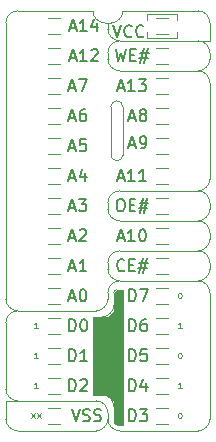
<source format=gbr>
G04 #@! TF.GenerationSoftware,KiCad,Pcbnew,(5.1.6)-1*
G04 #@! TF.CreationDate,2020-12-06T15:05:41+11:00*
G04 #@! TF.ProjectId,EAadaptor,45416164-6170-4746-9f72-2e6b69636164,rev?*
G04 #@! TF.SameCoordinates,Original*
G04 #@! TF.FileFunction,Legend,Top*
G04 #@! TF.FilePolarity,Positive*
%FSLAX46Y46*%
G04 Gerber Fmt 4.6, Leading zero omitted, Abs format (unit mm)*
G04 Created by KiCad (PCBNEW (5.1.6)-1) date 2020-12-06 15:05:41*
%MOMM*%
%LPD*%
G01*
G04 APERTURE LIST*
%ADD10C,0.120000*%
%ADD11C,0.100000*%
%ADD12C,0.125000*%
%ADD13C,0.150000*%
G04 APERTURE END LIST*
D10*
X146812000Y-79756000D02*
G75*
G02*
X145796000Y-78740000I0J1016000D01*
G01*
X145796000Y-80772000D02*
X145796000Y-81280000D01*
X145796000Y-80772000D02*
G75*
G02*
X146812000Y-79756000I1016000J0D01*
G01*
X146812000Y-112776000D02*
X153416000Y-112776000D01*
X145796000Y-111760000D02*
G75*
G02*
X144780000Y-112776000I-1016000J0D01*
G01*
X149098000Y-79502000D02*
X149098000Y-78994000D01*
X151638000Y-79502000D02*
X149098000Y-79502000D01*
X151638000Y-78994000D02*
X151638000Y-79502000D01*
X149098000Y-77470000D02*
X149098000Y-77978000D01*
X151638000Y-77470000D02*
X149098000Y-77470000D01*
X151638000Y-77978000D02*
X151638000Y-77470000D01*
D11*
G36*
X147066000Y-101092000D02*
G01*
X146304000Y-101092000D01*
X146558000Y-100838000D01*
X147066000Y-100838000D01*
X147066000Y-101092000D01*
G37*
X147066000Y-101092000D02*
X146304000Y-101092000D01*
X146558000Y-100838000D01*
X147066000Y-100838000D01*
X147066000Y-101092000D01*
D10*
X146304000Y-101092000D02*
G75*
G02*
X146558000Y-100838000I254000J0D01*
G01*
D11*
G36*
X147066000Y-112268000D02*
G01*
X146558000Y-112268000D01*
X146304000Y-112014000D01*
X147066000Y-112014000D01*
X147066000Y-112268000D01*
G37*
X147066000Y-112268000D02*
X146558000Y-112268000D01*
X146304000Y-112014000D01*
X147066000Y-112014000D01*
X147066000Y-112268000D01*
D10*
X146558000Y-112268000D02*
G75*
G02*
X146304000Y-112014000I0J254000D01*
G01*
X146050000Y-85344000D02*
X146050000Y-89408000D01*
X147066000Y-89408000D02*
X147066000Y-85344000D01*
X146558000Y-89916000D02*
G75*
G02*
X146050000Y-89408000I0J508000D01*
G01*
X147066000Y-89408000D02*
G75*
G02*
X146558000Y-89916000I-508000J0D01*
G01*
X146050000Y-85344000D02*
G75*
G02*
X146558000Y-84836000I508000J0D01*
G01*
X146558000Y-84836000D02*
G75*
G02*
X147066000Y-85344000I0J-508000D01*
G01*
D11*
G36*
X146304000Y-110236000D02*
G01*
X145288000Y-109474000D01*
X146304000Y-109474000D01*
X146304000Y-110236000D01*
G37*
X146304000Y-110236000D02*
X145288000Y-109474000D01*
X146304000Y-109474000D01*
X146304000Y-110236000D01*
D10*
X145288000Y-109728000D02*
G75*
G02*
X146304000Y-110744000I0J-1016000D01*
G01*
D11*
G36*
X146304000Y-103886000D02*
G01*
X145542000Y-103378000D01*
X146812000Y-102108000D01*
X146304000Y-103886000D01*
G37*
X146304000Y-103886000D02*
X145542000Y-103378000D01*
X146812000Y-102108000D01*
X146304000Y-103886000D01*
D10*
X146304000Y-102108000D02*
G75*
G02*
X145288000Y-103124000I-1016000J0D01*
G01*
X145542000Y-78232000D02*
X146050000Y-78232000D01*
X145542000Y-78232000D02*
G75*
G02*
X144526000Y-77216000I0J1016000D01*
G01*
X147066000Y-77216000D02*
G75*
G02*
X146050000Y-78232000I-1016000J0D01*
G01*
D12*
X140104761Y-111232190D02*
X139771428Y-111732190D01*
X139771428Y-111232190D02*
X140104761Y-111732190D01*
X139628571Y-111232190D02*
X139295238Y-111732190D01*
X139295238Y-111232190D02*
X139628571Y-111732190D01*
D10*
X154432000Y-79756000D02*
X154432000Y-78740000D01*
X153416000Y-77216000D02*
G75*
G02*
X154432000Y-78232000I0J-1016000D01*
G01*
D11*
G36*
X147066000Y-112014000D02*
G01*
X146304000Y-112014000D01*
X146304000Y-101092000D01*
X147066000Y-101092000D01*
X147066000Y-112014000D01*
G37*
X147066000Y-112014000D02*
X146304000Y-112014000D01*
X146304000Y-101092000D01*
X147066000Y-101092000D01*
X147066000Y-112014000D01*
D10*
X146812000Y-112776000D02*
G75*
G02*
X145796000Y-111760000I0J1016000D01*
G01*
X154432000Y-91440000D02*
X154432000Y-83312000D01*
X153416000Y-82296000D02*
G75*
G02*
X154432000Y-83312000I0J-1016000D01*
G01*
X154432000Y-91440000D02*
G75*
G02*
X153416000Y-92456000I-1016000J0D01*
G01*
X154432000Y-96520000D02*
X154432000Y-96012000D01*
X153416000Y-94996000D02*
G75*
G02*
X154432000Y-96012000I0J-1016000D01*
G01*
X154432000Y-96520000D02*
G75*
G02*
X153416000Y-97536000I-1016000J0D01*
G01*
X137160000Y-101600000D02*
X137160000Y-78232000D01*
X137160000Y-78232000D02*
G75*
G02*
X138176000Y-77216000I1016000J0D01*
G01*
X138176000Y-102616000D02*
G75*
G02*
X137160000Y-101600000I0J1016000D01*
G01*
X137160000Y-109220000D02*
X137160000Y-103632000D01*
X137160000Y-103632000D02*
G75*
G02*
X138176000Y-102616000I1016000J0D01*
G01*
X138176000Y-110236000D02*
G75*
G02*
X137160000Y-109220000I0J1016000D01*
G01*
X144780000Y-112776000D02*
X138176000Y-112776000D01*
D11*
G36*
X147066000Y-109728000D02*
G01*
X144526000Y-109728000D01*
X144526000Y-103124000D01*
X147066000Y-103124000D01*
X147066000Y-109728000D01*
G37*
X147066000Y-109728000D02*
X144526000Y-109728000D01*
X144526000Y-103124000D01*
X147066000Y-103124000D01*
X147066000Y-109728000D01*
D10*
X144526000Y-77216000D02*
X138176000Y-77216000D01*
X153416000Y-77216000D02*
X147066000Y-77216000D01*
X146812000Y-100076000D02*
G75*
G02*
X145796000Y-99060000I0J1016000D01*
G01*
X154432000Y-78740000D02*
X154432000Y-78232000D01*
X154432000Y-81280000D02*
X154432000Y-80772000D01*
X153416000Y-79756000D02*
G75*
G02*
X154432000Y-80772000I0J-1016000D01*
G01*
X154432000Y-81280000D02*
G75*
G02*
X153416000Y-82296000I-1016000J0D01*
G01*
X154432000Y-101092000D02*
X154432000Y-111760000D01*
X153416000Y-100076000D02*
G75*
G02*
X154432000Y-101092000I0J-1016000D01*
G01*
X154432000Y-111760000D02*
G75*
G02*
X153416000Y-112776000I-1016000J0D01*
G01*
X137160000Y-111760000D02*
X137160000Y-110236000D01*
X138176000Y-112776000D02*
G75*
G02*
X137160000Y-111760000I0J1016000D01*
G01*
X154432000Y-99060000D02*
X154432000Y-98552000D01*
X153416000Y-97536000D02*
G75*
G02*
X154432000Y-98552000I0J-1016000D01*
G01*
X154432000Y-99060000D02*
G75*
G02*
X153416000Y-100076000I-1016000J0D01*
G01*
X154432000Y-93980000D02*
X154432000Y-93472000D01*
X153416000Y-92456000D02*
G75*
G02*
X154432000Y-93472000I0J-1016000D01*
G01*
X154432000Y-93980000D02*
G75*
G02*
X153416000Y-94996000I-1016000J0D01*
G01*
X145796000Y-101600000D02*
G75*
G02*
X144780000Y-102616000I-1016000J0D01*
G01*
X145796000Y-93472000D02*
G75*
G02*
X146812000Y-92456000I1016000J0D01*
G01*
X145796000Y-98552000D02*
G75*
G02*
X146812000Y-97536000I1016000J0D01*
G01*
X146812000Y-82296000D02*
G75*
G02*
X145796000Y-81280000I0J1016000D01*
G01*
X146812000Y-94996000D02*
G75*
G02*
X145796000Y-93980000I0J1016000D01*
G01*
X145796000Y-101092000D02*
G75*
G02*
X146812000Y-100076000I1016000J0D01*
G01*
X145796000Y-78740000D02*
X145796000Y-78232000D01*
X146812000Y-79756000D02*
X146812000Y-79756000D01*
X144780000Y-110236000D02*
G75*
G02*
X145796000Y-111252000I0J-1016000D01*
G01*
X154432000Y-79756000D02*
X146812000Y-79756000D01*
X153416000Y-82296000D02*
X146812000Y-82296000D01*
X146812000Y-92456000D02*
X153416000Y-92456000D01*
X145796000Y-93980000D02*
X145796000Y-93472000D01*
X146812000Y-94996000D02*
X153416000Y-94996000D01*
X146812000Y-97536000D02*
X153416000Y-97536000D01*
X145796000Y-99060000D02*
X145796000Y-98552000D01*
X145796000Y-111252000D02*
X145796000Y-111760000D01*
X137160000Y-110236000D02*
X144780000Y-110236000D01*
X146812000Y-100076000D02*
X153416000Y-100076000D01*
X145796000Y-101600000D02*
X145796000Y-101092000D01*
X138176000Y-102616000D02*
X144780000Y-102616000D01*
D13*
X142732285Y-110958380D02*
X143065619Y-111958380D01*
X143398952Y-110958380D01*
X143684666Y-111910761D02*
X143827523Y-111958380D01*
X144065619Y-111958380D01*
X144160857Y-111910761D01*
X144208476Y-111863142D01*
X144256095Y-111767904D01*
X144256095Y-111672666D01*
X144208476Y-111577428D01*
X144160857Y-111529809D01*
X144065619Y-111482190D01*
X143875142Y-111434571D01*
X143779904Y-111386952D01*
X143732285Y-111339333D01*
X143684666Y-111244095D01*
X143684666Y-111148857D01*
X143732285Y-111053619D01*
X143779904Y-111006000D01*
X143875142Y-110958380D01*
X144113238Y-110958380D01*
X144256095Y-111006000D01*
X144637047Y-111910761D02*
X144779904Y-111958380D01*
X145018000Y-111958380D01*
X145113238Y-111910761D01*
X145160857Y-111863142D01*
X145208476Y-111767904D01*
X145208476Y-111672666D01*
X145160857Y-111577428D01*
X145113238Y-111529809D01*
X145018000Y-111482190D01*
X144827523Y-111434571D01*
X144732285Y-111386952D01*
X144684666Y-111339333D01*
X144637047Y-111244095D01*
X144637047Y-111148857D01*
X144684666Y-111053619D01*
X144732285Y-111006000D01*
X144827523Y-110958380D01*
X145065619Y-110958380D01*
X145208476Y-111006000D01*
D12*
X151868190Y-111232190D02*
X151915809Y-111232190D01*
X151963428Y-111256000D01*
X151987238Y-111279809D01*
X152011047Y-111327428D01*
X152034857Y-111422666D01*
X152034857Y-111541714D01*
X152011047Y-111636952D01*
X151987238Y-111684571D01*
X151963428Y-111708380D01*
X151915809Y-111732190D01*
X151868190Y-111732190D01*
X151820571Y-111708380D01*
X151796761Y-111684571D01*
X151772952Y-111636952D01*
X151749142Y-111541714D01*
X151749142Y-111422666D01*
X151772952Y-111327428D01*
X151796761Y-111279809D01*
X151820571Y-111256000D01*
X151868190Y-111232190D01*
X151868190Y-101072190D02*
X151915809Y-101072190D01*
X151963428Y-101096000D01*
X151987238Y-101119809D01*
X152011047Y-101167428D01*
X152034857Y-101262666D01*
X152034857Y-101381714D01*
X152011047Y-101476952D01*
X151987238Y-101524571D01*
X151963428Y-101548380D01*
X151915809Y-101572190D01*
X151868190Y-101572190D01*
X151820571Y-101548380D01*
X151796761Y-101524571D01*
X151772952Y-101476952D01*
X151749142Y-101381714D01*
X151749142Y-101262666D01*
X151772952Y-101167428D01*
X151796761Y-101119809D01*
X151820571Y-101096000D01*
X151868190Y-101072190D01*
X152034857Y-104112190D02*
X151749142Y-104112190D01*
X151892000Y-104112190D02*
X151892000Y-103612190D01*
X151844380Y-103683619D01*
X151796761Y-103731238D01*
X151749142Y-103755047D01*
X152034857Y-109192190D02*
X151749142Y-109192190D01*
X151892000Y-109192190D02*
X151892000Y-108692190D01*
X151844380Y-108763619D01*
X151796761Y-108811238D01*
X151749142Y-108835047D01*
X139842857Y-109192190D02*
X139557142Y-109192190D01*
X139700000Y-109192190D02*
X139700000Y-108692190D01*
X139652380Y-108763619D01*
X139604761Y-108811238D01*
X139557142Y-108835047D01*
X139842857Y-106652190D02*
X139557142Y-106652190D01*
X139700000Y-106652190D02*
X139700000Y-106152190D01*
X139652380Y-106223619D01*
X139604761Y-106271238D01*
X139557142Y-106295047D01*
D13*
X146240666Y-78446380D02*
X146574000Y-79446380D01*
X146907333Y-78446380D01*
X147812095Y-79351142D02*
X147764476Y-79398761D01*
X147621619Y-79446380D01*
X147526380Y-79446380D01*
X147383523Y-79398761D01*
X147288285Y-79303523D01*
X147240666Y-79208285D01*
X147193047Y-79017809D01*
X147193047Y-78874952D01*
X147240666Y-78684476D01*
X147288285Y-78589238D01*
X147383523Y-78494000D01*
X147526380Y-78446380D01*
X147621619Y-78446380D01*
X147764476Y-78494000D01*
X147812095Y-78541619D01*
X148812095Y-79351142D02*
X148764476Y-79398761D01*
X148621619Y-79446380D01*
X148526380Y-79446380D01*
X148383523Y-79398761D01*
X148288285Y-79303523D01*
X148240666Y-79208285D01*
X148193047Y-79017809D01*
X148193047Y-78874952D01*
X148240666Y-78684476D01*
X148288285Y-78589238D01*
X148383523Y-78494000D01*
X148526380Y-78446380D01*
X148621619Y-78446380D01*
X148764476Y-78494000D01*
X148812095Y-78541619D01*
X147621714Y-88558666D02*
X148097904Y-88558666D01*
X147526476Y-88844380D02*
X147859809Y-87844380D01*
X148193142Y-88844380D01*
X148574095Y-88844380D02*
X148764571Y-88844380D01*
X148859809Y-88796761D01*
X148907428Y-88749142D01*
X149002666Y-88606285D01*
X149050285Y-88415809D01*
X149050285Y-88034857D01*
X149002666Y-87939619D01*
X148955047Y-87892000D01*
X148859809Y-87844380D01*
X148669333Y-87844380D01*
X148574095Y-87892000D01*
X148526476Y-87939619D01*
X148478857Y-88034857D01*
X148478857Y-88272952D01*
X148526476Y-88368190D01*
X148574095Y-88415809D01*
X148669333Y-88463428D01*
X148859809Y-88463428D01*
X148955047Y-88415809D01*
X149002666Y-88368190D01*
X149050285Y-88272952D01*
X142517904Y-109418380D02*
X142517904Y-108418380D01*
X142756000Y-108418380D01*
X142898857Y-108466000D01*
X142994095Y-108561238D01*
X143041714Y-108656476D01*
X143089333Y-108846952D01*
X143089333Y-108989809D01*
X143041714Y-109180285D01*
X142994095Y-109275523D01*
X142898857Y-109370761D01*
X142756000Y-109418380D01*
X142517904Y-109418380D01*
X143470285Y-108513619D02*
X143517904Y-108466000D01*
X143613142Y-108418380D01*
X143851238Y-108418380D01*
X143946476Y-108466000D01*
X143994095Y-108513619D01*
X144041714Y-108608857D01*
X144041714Y-108704095D01*
X143994095Y-108846952D01*
X143422666Y-109418380D01*
X144041714Y-109418380D01*
X147621714Y-86272666D02*
X148097904Y-86272666D01*
X147526476Y-86558380D02*
X147859809Y-85558380D01*
X148193142Y-86558380D01*
X148669333Y-85986952D02*
X148574095Y-85939333D01*
X148526476Y-85891714D01*
X148478857Y-85796476D01*
X148478857Y-85748857D01*
X148526476Y-85653619D01*
X148574095Y-85606000D01*
X148669333Y-85558380D01*
X148859809Y-85558380D01*
X148955047Y-85606000D01*
X149002666Y-85653619D01*
X149050285Y-85748857D01*
X149050285Y-85796476D01*
X149002666Y-85891714D01*
X148955047Y-85939333D01*
X148859809Y-85986952D01*
X148669333Y-85986952D01*
X148574095Y-86034571D01*
X148526476Y-86082190D01*
X148478857Y-86177428D01*
X148478857Y-86367904D01*
X148526476Y-86463142D01*
X148574095Y-86510761D01*
X148669333Y-86558380D01*
X148859809Y-86558380D01*
X148955047Y-86510761D01*
X149002666Y-86463142D01*
X149050285Y-86367904D01*
X149050285Y-86177428D01*
X149002666Y-86082190D01*
X148955047Y-86034571D01*
X148859809Y-85986952D01*
X146637523Y-83732666D02*
X147113714Y-83732666D01*
X146542285Y-84018380D02*
X146875619Y-83018380D01*
X147208952Y-84018380D01*
X148066095Y-84018380D02*
X147494666Y-84018380D01*
X147780380Y-84018380D02*
X147780380Y-83018380D01*
X147685142Y-83161238D01*
X147589904Y-83256476D01*
X147494666Y-83304095D01*
X148399428Y-83018380D02*
X149018476Y-83018380D01*
X148685142Y-83399333D01*
X148828000Y-83399333D01*
X148923238Y-83446952D01*
X148970857Y-83494571D01*
X149018476Y-83589809D01*
X149018476Y-83827904D01*
X148970857Y-83923142D01*
X148923238Y-83970761D01*
X148828000Y-84018380D01*
X148542285Y-84018380D01*
X148447047Y-83970761D01*
X148399428Y-83923142D01*
X146447047Y-80478380D02*
X146685142Y-81478380D01*
X146875619Y-80764095D01*
X147066095Y-81478380D01*
X147304190Y-80478380D01*
X147685142Y-80954571D02*
X148018476Y-80954571D01*
X148161333Y-81478380D02*
X147685142Y-81478380D01*
X147685142Y-80478380D01*
X148161333Y-80478380D01*
X148542285Y-80811714D02*
X149256571Y-80811714D01*
X148828000Y-80383142D02*
X148542285Y-81668857D01*
X149161333Y-81240285D02*
X148447047Y-81240285D01*
X148875619Y-81668857D02*
X149161333Y-80383142D01*
X142517904Y-106878380D02*
X142517904Y-105878380D01*
X142756000Y-105878380D01*
X142898857Y-105926000D01*
X142994095Y-106021238D01*
X143041714Y-106116476D01*
X143089333Y-106306952D01*
X143089333Y-106449809D01*
X143041714Y-106640285D01*
X142994095Y-106735523D01*
X142898857Y-106830761D01*
X142756000Y-106878380D01*
X142517904Y-106878380D01*
X144041714Y-106878380D02*
X143470285Y-106878380D01*
X143756000Y-106878380D02*
X143756000Y-105878380D01*
X143660761Y-106021238D01*
X143565523Y-106116476D01*
X143470285Y-106164095D01*
X147597904Y-109418380D02*
X147597904Y-108418380D01*
X147836000Y-108418380D01*
X147978857Y-108466000D01*
X148074095Y-108561238D01*
X148121714Y-108656476D01*
X148169333Y-108846952D01*
X148169333Y-108989809D01*
X148121714Y-109180285D01*
X148074095Y-109275523D01*
X147978857Y-109370761D01*
X147836000Y-109418380D01*
X147597904Y-109418380D01*
X149026476Y-108751714D02*
X149026476Y-109418380D01*
X148788380Y-108370761D02*
X148550285Y-109085047D01*
X149169333Y-109085047D01*
X146637523Y-96432666D02*
X147113714Y-96432666D01*
X146542285Y-96718380D02*
X146875619Y-95718380D01*
X147208952Y-96718380D01*
X148066095Y-96718380D02*
X147494666Y-96718380D01*
X147780380Y-96718380D02*
X147780380Y-95718380D01*
X147685142Y-95861238D01*
X147589904Y-95956476D01*
X147494666Y-96004095D01*
X148685142Y-95718380D02*
X148780380Y-95718380D01*
X148875619Y-95766000D01*
X148923238Y-95813619D01*
X148970857Y-95908857D01*
X149018476Y-96099333D01*
X149018476Y-96337428D01*
X148970857Y-96527904D01*
X148923238Y-96623142D01*
X148875619Y-96670761D01*
X148780380Y-96718380D01*
X148685142Y-96718380D01*
X148589904Y-96670761D01*
X148542285Y-96623142D01*
X148494666Y-96527904D01*
X148447047Y-96337428D01*
X148447047Y-96099333D01*
X148494666Y-95908857D01*
X148542285Y-95813619D01*
X148589904Y-95766000D01*
X148685142Y-95718380D01*
X147597904Y-104338380D02*
X147597904Y-103338380D01*
X147836000Y-103338380D01*
X147978857Y-103386000D01*
X148074095Y-103481238D01*
X148121714Y-103576476D01*
X148169333Y-103766952D01*
X148169333Y-103909809D01*
X148121714Y-104100285D01*
X148074095Y-104195523D01*
X147978857Y-104290761D01*
X147836000Y-104338380D01*
X147597904Y-104338380D01*
X149026476Y-103338380D02*
X148836000Y-103338380D01*
X148740761Y-103386000D01*
X148693142Y-103433619D01*
X148597904Y-103576476D01*
X148550285Y-103766952D01*
X148550285Y-104147904D01*
X148597904Y-104243142D01*
X148645523Y-104290761D01*
X148740761Y-104338380D01*
X148931238Y-104338380D01*
X149026476Y-104290761D01*
X149074095Y-104243142D01*
X149121714Y-104147904D01*
X149121714Y-103909809D01*
X149074095Y-103814571D01*
X149026476Y-103766952D01*
X148931238Y-103719333D01*
X148740761Y-103719333D01*
X148645523Y-103766952D01*
X148597904Y-103814571D01*
X148550285Y-103909809D01*
X146637523Y-91352666D02*
X147113714Y-91352666D01*
X146542285Y-91638380D02*
X146875619Y-90638380D01*
X147208952Y-91638380D01*
X148066095Y-91638380D02*
X147494666Y-91638380D01*
X147780380Y-91638380D02*
X147780380Y-90638380D01*
X147685142Y-90781238D01*
X147589904Y-90876476D01*
X147494666Y-90924095D01*
X149018476Y-91638380D02*
X148447047Y-91638380D01*
X148732761Y-91638380D02*
X148732761Y-90638380D01*
X148637523Y-90781238D01*
X148542285Y-90876476D01*
X148447047Y-90924095D01*
X147597904Y-101798380D02*
X147597904Y-100798380D01*
X147836000Y-100798380D01*
X147978857Y-100846000D01*
X148074095Y-100941238D01*
X148121714Y-101036476D01*
X148169333Y-101226952D01*
X148169333Y-101369809D01*
X148121714Y-101560285D01*
X148074095Y-101655523D01*
X147978857Y-101750761D01*
X147836000Y-101798380D01*
X147597904Y-101798380D01*
X148502666Y-100798380D02*
X149169333Y-100798380D01*
X148740761Y-101798380D01*
X146780380Y-93178380D02*
X146970857Y-93178380D01*
X147066095Y-93226000D01*
X147161333Y-93321238D01*
X147208952Y-93511714D01*
X147208952Y-93845047D01*
X147161333Y-94035523D01*
X147066095Y-94130761D01*
X146970857Y-94178380D01*
X146780380Y-94178380D01*
X146685142Y-94130761D01*
X146589904Y-94035523D01*
X146542285Y-93845047D01*
X146542285Y-93511714D01*
X146589904Y-93321238D01*
X146685142Y-93226000D01*
X146780380Y-93178380D01*
X147637523Y-93654571D02*
X147970857Y-93654571D01*
X148113714Y-94178380D02*
X147637523Y-94178380D01*
X147637523Y-93178380D01*
X148113714Y-93178380D01*
X148494666Y-93511714D02*
X149208952Y-93511714D01*
X148780380Y-93083142D02*
X148494666Y-94368857D01*
X149113714Y-93940285D02*
X148399428Y-93940285D01*
X148828000Y-94368857D02*
X149113714Y-93083142D01*
X147597904Y-111958380D02*
X147597904Y-110958380D01*
X147836000Y-110958380D01*
X147978857Y-111006000D01*
X148074095Y-111101238D01*
X148121714Y-111196476D01*
X148169333Y-111386952D01*
X148169333Y-111529809D01*
X148121714Y-111720285D01*
X148074095Y-111815523D01*
X147978857Y-111910761D01*
X147836000Y-111958380D01*
X147597904Y-111958380D01*
X148502666Y-110958380D02*
X149121714Y-110958380D01*
X148788380Y-111339333D01*
X148931238Y-111339333D01*
X149026476Y-111386952D01*
X149074095Y-111434571D01*
X149121714Y-111529809D01*
X149121714Y-111767904D01*
X149074095Y-111863142D01*
X149026476Y-111910761D01*
X148931238Y-111958380D01*
X148645523Y-111958380D01*
X148550285Y-111910761D01*
X148502666Y-111863142D01*
X147597904Y-106878380D02*
X147597904Y-105878380D01*
X147836000Y-105878380D01*
X147978857Y-105926000D01*
X148074095Y-106021238D01*
X148121714Y-106116476D01*
X148169333Y-106306952D01*
X148169333Y-106449809D01*
X148121714Y-106640285D01*
X148074095Y-106735523D01*
X147978857Y-106830761D01*
X147836000Y-106878380D01*
X147597904Y-106878380D01*
X149074095Y-105878380D02*
X148597904Y-105878380D01*
X148550285Y-106354571D01*
X148597904Y-106306952D01*
X148693142Y-106259333D01*
X148931238Y-106259333D01*
X149026476Y-106306952D01*
X149074095Y-106354571D01*
X149121714Y-106449809D01*
X149121714Y-106687904D01*
X149074095Y-106783142D01*
X149026476Y-106830761D01*
X148931238Y-106878380D01*
X148693142Y-106878380D01*
X148597904Y-106830761D01*
X148550285Y-106783142D01*
X147185142Y-99163142D02*
X147137523Y-99210761D01*
X146994666Y-99258380D01*
X146899428Y-99258380D01*
X146756571Y-99210761D01*
X146661333Y-99115523D01*
X146613714Y-99020285D01*
X146566095Y-98829809D01*
X146566095Y-98686952D01*
X146613714Y-98496476D01*
X146661333Y-98401238D01*
X146756571Y-98306000D01*
X146899428Y-98258380D01*
X146994666Y-98258380D01*
X147137523Y-98306000D01*
X147185142Y-98353619D01*
X147613714Y-98734571D02*
X147947047Y-98734571D01*
X148089904Y-99258380D02*
X147613714Y-99258380D01*
X147613714Y-98258380D01*
X148089904Y-98258380D01*
X148470857Y-98591714D02*
X149185142Y-98591714D01*
X148756571Y-98163142D02*
X148470857Y-99448857D01*
X149089904Y-99020285D02*
X148375619Y-99020285D01*
X148804190Y-99448857D02*
X149089904Y-98163142D01*
X142541714Y-101512666D02*
X143017904Y-101512666D01*
X142446476Y-101798380D02*
X142779809Y-100798380D01*
X143113142Y-101798380D01*
X143636952Y-100798380D02*
X143732190Y-100798380D01*
X143827428Y-100846000D01*
X143875047Y-100893619D01*
X143922666Y-100988857D01*
X143970285Y-101179333D01*
X143970285Y-101417428D01*
X143922666Y-101607904D01*
X143875047Y-101703142D01*
X143827428Y-101750761D01*
X143732190Y-101798380D01*
X143636952Y-101798380D01*
X143541714Y-101750761D01*
X143494095Y-101703142D01*
X143446476Y-101607904D01*
X143398857Y-101417428D01*
X143398857Y-101179333D01*
X143446476Y-100988857D01*
X143494095Y-100893619D01*
X143541714Y-100846000D01*
X143636952Y-100798380D01*
X142541714Y-88812666D02*
X143017904Y-88812666D01*
X142446476Y-89098380D02*
X142779809Y-88098380D01*
X143113142Y-89098380D01*
X143922666Y-88098380D02*
X143446476Y-88098380D01*
X143398857Y-88574571D01*
X143446476Y-88526952D01*
X143541714Y-88479333D01*
X143779809Y-88479333D01*
X143875047Y-88526952D01*
X143922666Y-88574571D01*
X143970285Y-88669809D01*
X143970285Y-88907904D01*
X143922666Y-89003142D01*
X143875047Y-89050761D01*
X143779809Y-89098380D01*
X143541714Y-89098380D01*
X143446476Y-89050761D01*
X143398857Y-89003142D01*
X142573523Y-81192666D02*
X143049714Y-81192666D01*
X142478285Y-81478380D02*
X142811619Y-80478380D01*
X143144952Y-81478380D01*
X144002095Y-81478380D02*
X143430666Y-81478380D01*
X143716380Y-81478380D02*
X143716380Y-80478380D01*
X143621142Y-80621238D01*
X143525904Y-80716476D01*
X143430666Y-80764095D01*
X144383047Y-80573619D02*
X144430666Y-80526000D01*
X144525904Y-80478380D01*
X144764000Y-80478380D01*
X144859238Y-80526000D01*
X144906857Y-80573619D01*
X144954476Y-80668857D01*
X144954476Y-80764095D01*
X144906857Y-80906952D01*
X144335428Y-81478380D01*
X144954476Y-81478380D01*
X142541714Y-98972666D02*
X143017904Y-98972666D01*
X142446476Y-99258380D02*
X142779809Y-98258380D01*
X143113142Y-99258380D01*
X143970285Y-99258380D02*
X143398857Y-99258380D01*
X143684571Y-99258380D02*
X143684571Y-98258380D01*
X143589333Y-98401238D01*
X143494095Y-98496476D01*
X143398857Y-98544095D01*
X142517904Y-104338380D02*
X142517904Y-103338380D01*
X142756000Y-103338380D01*
X142898857Y-103386000D01*
X142994095Y-103481238D01*
X143041714Y-103576476D01*
X143089333Y-103766952D01*
X143089333Y-103909809D01*
X143041714Y-104100285D01*
X142994095Y-104195523D01*
X142898857Y-104290761D01*
X142756000Y-104338380D01*
X142517904Y-104338380D01*
X143708380Y-103338380D02*
X143803619Y-103338380D01*
X143898857Y-103386000D01*
X143946476Y-103433619D01*
X143994095Y-103528857D01*
X144041714Y-103719333D01*
X144041714Y-103957428D01*
X143994095Y-104147904D01*
X143946476Y-104243142D01*
X143898857Y-104290761D01*
X143803619Y-104338380D01*
X143708380Y-104338380D01*
X143613142Y-104290761D01*
X143565523Y-104243142D01*
X143517904Y-104147904D01*
X143470285Y-103957428D01*
X143470285Y-103719333D01*
X143517904Y-103528857D01*
X143565523Y-103433619D01*
X143613142Y-103386000D01*
X143708380Y-103338380D01*
X142541714Y-91352666D02*
X143017904Y-91352666D01*
X142446476Y-91638380D02*
X142779809Y-90638380D01*
X143113142Y-91638380D01*
X143875047Y-90971714D02*
X143875047Y-91638380D01*
X143636952Y-90590761D02*
X143398857Y-91305047D01*
X144017904Y-91305047D01*
X142541714Y-86272666D02*
X143017904Y-86272666D01*
X142446476Y-86558380D02*
X142779809Y-85558380D01*
X143113142Y-86558380D01*
X143875047Y-85558380D02*
X143684571Y-85558380D01*
X143589333Y-85606000D01*
X143541714Y-85653619D01*
X143446476Y-85796476D01*
X143398857Y-85986952D01*
X143398857Y-86367904D01*
X143446476Y-86463142D01*
X143494095Y-86510761D01*
X143589333Y-86558380D01*
X143779809Y-86558380D01*
X143875047Y-86510761D01*
X143922666Y-86463142D01*
X143970285Y-86367904D01*
X143970285Y-86129809D01*
X143922666Y-86034571D01*
X143875047Y-85986952D01*
X143779809Y-85939333D01*
X143589333Y-85939333D01*
X143494095Y-85986952D01*
X143446476Y-86034571D01*
X143398857Y-86129809D01*
X142541714Y-83732666D02*
X143017904Y-83732666D01*
X142446476Y-84018380D02*
X142779809Y-83018380D01*
X143113142Y-84018380D01*
X143351238Y-83018380D02*
X144017904Y-83018380D01*
X143589333Y-84018380D01*
X142541714Y-96432666D02*
X143017904Y-96432666D01*
X142446476Y-96718380D02*
X142779809Y-95718380D01*
X143113142Y-96718380D01*
X143398857Y-95813619D02*
X143446476Y-95766000D01*
X143541714Y-95718380D01*
X143779809Y-95718380D01*
X143875047Y-95766000D01*
X143922666Y-95813619D01*
X143970285Y-95908857D01*
X143970285Y-96004095D01*
X143922666Y-96146952D01*
X143351238Y-96718380D01*
X143970285Y-96718380D01*
X142541714Y-93892666D02*
X143017904Y-93892666D01*
X142446476Y-94178380D02*
X142779809Y-93178380D01*
X143113142Y-94178380D01*
X143351238Y-93178380D02*
X143970285Y-93178380D01*
X143636952Y-93559333D01*
X143779809Y-93559333D01*
X143875047Y-93606952D01*
X143922666Y-93654571D01*
X143970285Y-93749809D01*
X143970285Y-93987904D01*
X143922666Y-94083142D01*
X143875047Y-94130761D01*
X143779809Y-94178380D01*
X143494095Y-94178380D01*
X143398857Y-94130761D01*
X143351238Y-94083142D01*
X142573523Y-78652666D02*
X143049714Y-78652666D01*
X142478285Y-78938380D02*
X142811619Y-77938380D01*
X143144952Y-78938380D01*
X144002095Y-78938380D02*
X143430666Y-78938380D01*
X143716380Y-78938380D02*
X143716380Y-77938380D01*
X143621142Y-78081238D01*
X143525904Y-78176476D01*
X143430666Y-78224095D01*
X144859238Y-78271714D02*
X144859238Y-78938380D01*
X144621142Y-77890761D02*
X144383047Y-78605047D01*
X145002095Y-78605047D01*
D12*
X151868190Y-106152190D02*
X151915809Y-106152190D01*
X151963428Y-106176000D01*
X151987238Y-106199809D01*
X152011047Y-106247428D01*
X152034857Y-106342666D01*
X152034857Y-106461714D01*
X152011047Y-106556952D01*
X151987238Y-106604571D01*
X151963428Y-106628380D01*
X151915809Y-106652190D01*
X151868190Y-106652190D01*
X151820571Y-106628380D01*
X151796761Y-106604571D01*
X151772952Y-106556952D01*
X151749142Y-106461714D01*
X151749142Y-106342666D01*
X151772952Y-106247428D01*
X151796761Y-106199809D01*
X151820571Y-106176000D01*
X151868190Y-106152190D01*
X139842857Y-104112190D02*
X139557142Y-104112190D01*
X139700000Y-104112190D02*
X139700000Y-103612190D01*
X139652380Y-103683619D01*
X139604761Y-103731238D01*
X139557142Y-103755047D01*
D10*
X140736000Y-110826000D02*
X141736000Y-110826000D01*
X141736000Y-112186000D02*
X140736000Y-112186000D01*
X150868000Y-79166000D02*
X149868000Y-79166000D01*
X149868000Y-77806000D02*
X150868000Y-77806000D01*
X150868000Y-99486000D02*
X149868000Y-99486000D01*
X149868000Y-98126000D02*
X150868000Y-98126000D01*
X149868000Y-95586000D02*
X150868000Y-95586000D01*
X150868000Y-96946000D02*
X149868000Y-96946000D01*
X150868000Y-94406000D02*
X149868000Y-94406000D01*
X149868000Y-93046000D02*
X150868000Y-93046000D01*
X149868000Y-90506000D02*
X150868000Y-90506000D01*
X150868000Y-91866000D02*
X149868000Y-91866000D01*
X150868000Y-89326000D02*
X149868000Y-89326000D01*
X149868000Y-87966000D02*
X150868000Y-87966000D01*
X149868000Y-85426000D02*
X150868000Y-85426000D01*
X150868000Y-86786000D02*
X149868000Y-86786000D01*
X150868000Y-84246000D02*
X149868000Y-84246000D01*
X149868000Y-82886000D02*
X150868000Y-82886000D01*
X149868000Y-80346000D02*
X150868000Y-80346000D01*
X150868000Y-81706000D02*
X149868000Y-81706000D01*
X141724000Y-102026000D02*
X140724000Y-102026000D01*
X140724000Y-100666000D02*
X141724000Y-100666000D01*
X140724000Y-98126000D02*
X141724000Y-98126000D01*
X141724000Y-99486000D02*
X140724000Y-99486000D01*
X141724000Y-96946000D02*
X140724000Y-96946000D01*
X140724000Y-95586000D02*
X141724000Y-95586000D01*
X140724000Y-93046000D02*
X141724000Y-93046000D01*
X141724000Y-94406000D02*
X140724000Y-94406000D01*
X141724000Y-91866000D02*
X140724000Y-91866000D01*
X140724000Y-90506000D02*
X141724000Y-90506000D01*
X140724000Y-87966000D02*
X141724000Y-87966000D01*
X141724000Y-89326000D02*
X140724000Y-89326000D01*
X141724000Y-86786000D02*
X140724000Y-86786000D01*
X140724000Y-85426000D02*
X141724000Y-85426000D01*
X140724000Y-82886000D02*
X141724000Y-82886000D01*
X141724000Y-84246000D02*
X140724000Y-84246000D01*
X141724000Y-81706000D02*
X140724000Y-81706000D01*
X140724000Y-80346000D02*
X141724000Y-80346000D01*
X140724000Y-77806000D02*
X141724000Y-77806000D01*
X141724000Y-79166000D02*
X140724000Y-79166000D01*
X149880000Y-110826000D02*
X150880000Y-110826000D01*
X150880000Y-112186000D02*
X149880000Y-112186000D01*
X150868000Y-102026000D02*
X149868000Y-102026000D01*
X149868000Y-100666000D02*
X150868000Y-100666000D01*
X149868000Y-103206000D02*
X150868000Y-103206000D01*
X150868000Y-104566000D02*
X149868000Y-104566000D01*
X150880000Y-107106000D02*
X149880000Y-107106000D01*
X149880000Y-105746000D02*
X150880000Y-105746000D01*
X149868000Y-108286000D02*
X150868000Y-108286000D01*
X150868000Y-109646000D02*
X149868000Y-109646000D01*
X141724000Y-109646000D02*
X140724000Y-109646000D01*
X140724000Y-108286000D02*
X141724000Y-108286000D01*
X140724000Y-105746000D02*
X141724000Y-105746000D01*
X141724000Y-107106000D02*
X140724000Y-107106000D01*
X141724000Y-104566000D02*
X140724000Y-104566000D01*
X140724000Y-103206000D02*
X141724000Y-103206000D01*
M02*

</source>
